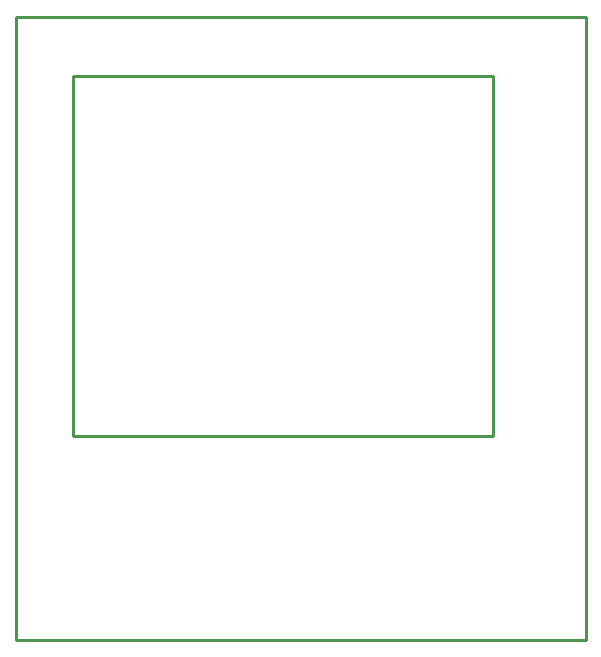
<source format=gtl>
G04 Layer: TopLayer*
G04 EasyEDA v6.5.29, 2023-07-17 16:34:51*
G04 cc60af95848b4e47b89df648a6ada5ad,10*
G04 Gerber Generator version 0.2*
G04 Scale: 100 percent, Rotated: No, Reflected: No *
G04 Dimensions in millimeters *
G04 leading zeros omitted , absolute positions ,4 integer and 5 decimal *
%FSLAX45Y45*%
%MOMM*%

%ADD10C,0.2540*%

%LPD*%
D10*
X2794000Y7366000D02*
G01*
X2794000Y4318000D01*
X6350000Y4318000D01*
X6350000Y7366000D01*
X2794000Y7366000D01*
X2311400Y7861300D02*
G01*
X2311400Y2590800D01*
X7137400Y2590800D01*
X7137400Y7861300D01*
X2311400Y7861300D01*
M02*

</source>
